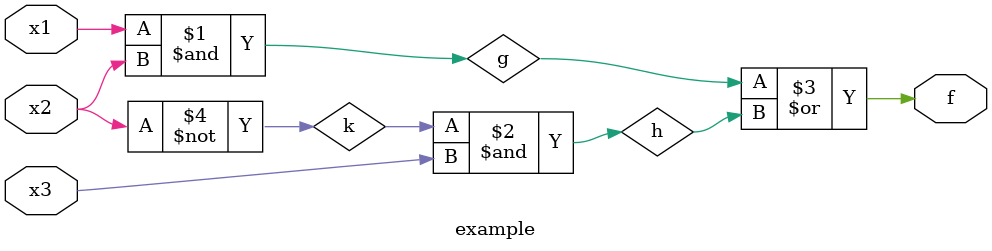
<source format=v>
module example(x1, x2, x3, f);
input x1, x2, x3;
output f;
and (g, x1, x2);
not (k, x2);
and (h, k, x3);
or (f, g, h);
endmodule
</source>
